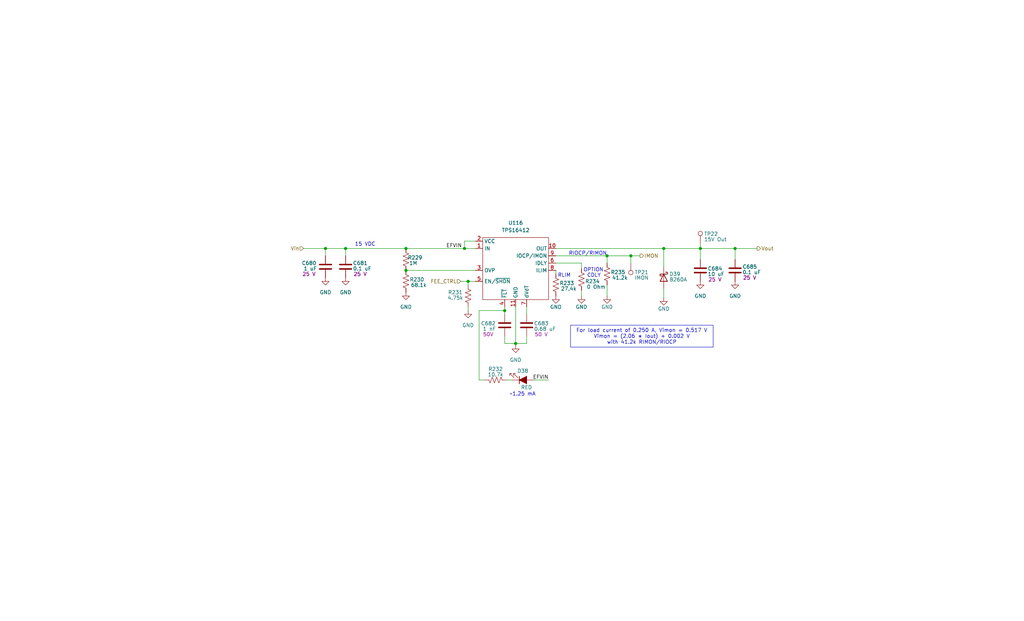
<source format=kicad_sch>
(kicad_sch (version 20231120) (generator "eeschema") (generator_version "8.0")
  (paper "USLegal")
  (title_block (title "LWA ARX  Rev I") (date "2024-11-15") (rev "2.0"))
  (lib_symbols
    (symbol "Connector:TestPoint" (pin_numbers hide) (pin_names (offset 0.762) hide)
      (property "Reference" "TP" (at 0 6.858 0))
      (property "Value" "TestPoint" (at 0 5.08 0))
      (symbol "TestPoint_0_1"
        (circle (center 0 3.302) (radius 0.762))
      )
      (symbol "TestPoint_1_1"
        (pin passive line (at 0 0 90) (length 2.54) (name "1") (number "1"))
      )
    )
    (symbol "Device:C" (pin_numbers hide) (pin_names (offset 0.254))
      (property "Reference" "C" (at 0.635 2.54 0))
      (property "Value" "C" (at 0.635 -2.54 0))
      (symbol "C_0_1"
        (polyline (pts (xy -2.032 -0.762) (xy 2.032 -0.762)) (stroke (width 0.508)))
        (polyline (pts (xy -2.032 0.762) (xy 2.032 0.762)) (stroke (width 0.508)))
      )
      (symbol "C_1_1"
        (pin passive line (at 0 3.81 270) (length 2.794) (name "~") (number "1"))
        (pin passive line (at 0 -3.81 90) (length 2.794) (name "~") (number "2"))
      )
    )
    (symbol "Device:LED_Filled" (pin_numbers hide) (pin_names (offset 1.016) hide)
      (property "Reference" "D" (at 0 2.54 0))
      (property "Value" "LED_Filled" (at 0 -2.54 0))
      (symbol "LED_Filled_0_1"
        (polyline (pts (xy -1.27 -1.27) (xy -1.27 1.27)) (stroke (width 0.254)))
        (polyline (pts (xy -1.27 0) (xy 1.27 0)))
        (polyline (pts (xy 1.27 -1.27) (xy 1.27 1.27) (xy -1.27 0) (xy 1.27 -1.27)) (stroke (width 0.254)) (fill (type outline)))
        (polyline (pts (xy -3.048 -0.762) (xy -4.572 -2.286) (xy -3.81 -2.286) (xy -4.572 -2.286) (xy -4.572 -1.524)))
        (polyline (pts (xy -1.778 -0.762) (xy -3.302 -2.286) (xy -2.54 -2.286) (xy -3.302 -2.286) (xy -3.302 -1.524)))
      )
      (symbol "LED_Filled_1_1"
        (pin passive line (at -3.81 0 0) (length 2.54) (name "K") (number "1"))
        (pin passive line (at 3.81 0 180) (length 2.54) (name "A") (number "2"))
      )
    )
    (symbol "Device:R_US" (pin_numbers hide) (pin_names (offset 0))
      (property "Reference" "R" (at 2.54 0 90))
      (property "Value" "R_US" (at -2.54 0 90))
      (symbol "R_US_0_1"
        (polyline (pts (xy 0 -2.286) (xy 0 -2.54)))
        (polyline (pts (xy 0 2.286) (xy 0 2.54)))
        (polyline (pts (xy 0 -0.762) (xy 1.016 -1.143) (xy 0 -1.524) (xy -1.016 -1.905) (xy 0 -2.286)))
        (polyline (pts (xy 0 0.762) (xy 1.016 0.381) (xy 0 0) (xy -1.016 -0.381) (xy 0 -0.762)))
        (polyline (pts (xy 0 2.286) (xy 1.016 1.905) (xy 0 1.524) (xy -1.016 1.143) (xy 0 0.762)))
      )
      (symbol "R_US_1_1"
        (pin passive line (at 0 3.81 270) (length 1.27) (name "~") (number "1"))
        (pin passive line (at 0 -3.81 90) (length 1.27) (name "~") (number "2"))
      )
    )
    (symbol "Diode:B260" (pin_numbers hide) (pin_names (offset 1.016) hide)
      (property "Reference" "D" (at 0 2.54 0))
      (property "Value" "B260" (at 0 -2.54 0))
      (symbol "B260_0_1"
        (polyline (pts (xy 1.27 0) (xy -1.27 0)))
        (polyline (pts (xy 1.27 1.27) (xy 1.27 -1.27) (xy -1.27 0) (xy 1.27 1.27)) (stroke (width 0.254)))
        (polyline (pts (xy -1.905 0.635) (xy -1.905 1.27) (xy -1.27 1.27) (xy -1.27 -1.27) (xy -0.635 -1.27) (xy -0.635 -0.635)) (stroke (width 0.254)))
      )
      (symbol "B260_1_1"
        (pin passive line (at -3.81 0 0) (length 2.54) (name "K") (number "1"))
        (pin passive line (at 3.81 0 180) (length 2.54) (name "A") (number "2"))
      )
    )
    (symbol "LWA_RF:TPS16412"
      (property "Reference" "U" (at -10.16 8.89 0))
      (property "Value" "TPS16412" (at 0 8.89 0))
      (symbol "TPS16412_0_1"
        (rectangle (start -11.43 7.62) (end 11.43 -13.97))
      )
      (symbol "TPS16412_1_1"
        (pin passive line (at -13.97 3.81 0) (length 2.54) (name "IN") (number "1"))
        (pin passive line (at 13.97 3.81 180) (length 2.54) (name "OUT") (number "10"))
        (pin passive line (at 0 -16.51 90) (length 2.54) (name "GND") (number "11"))
        (pin passive line (at -13.97 6.35 0) (length 2.54) (name "VCC") (number "2"))
        (pin input line (at -13.97 -3.81 0) (length 2.54) (name "OVP") (number "3"))
        (pin output line (at -3.81 -16.51 90) (length 2.54) (name "~{FLT}") (number "4"))
        (pin input line (at -13.97 -7.62 0) (length 2.54) (name "EN/~{SHDN}") (number "5"))
        (pin passive line (at 13.97 -1.27 180) (length 2.54) (name "IDLY") (number "6"))
        (pin passive line (at 3.81 -16.51 90) (length 2.54) (name "dVdT") (number "7"))
        (pin passive line (at 13.97 -3.81 180) (length 2.54) (name "ILIM") (number "8"))
        (pin passive line (at 13.97 1.27 180) (length 2.54) (name "IOCP/IMON") (number "9"))
      )
    )
    (symbol "power:GND" (power) (pin_names (offset 0))
      (property "Value" "GND" (at 0 -3.81 0))
      (symbol "GND_0_1"
        (polyline (pts (xy 0 0) (xy 0 -1.27) (xy 1.27 -1.27) (xy 0 -2.54) (xy -1.27 -1.27) (xy 0 -1.27)))
      )
      (symbol "GND_1_1"
        (pin power_in line (at 0 0 270) (length 0) hide (name "GND") (number "1"))
      )
    )
  )
  (junction (at 255.27 86.36))
  (junction (at 243.205 86.36))
  (junction (at 162.56 97.79))
  (junction (at 113.03 86.36))
  (junction (at 219.075 88.9))
  (junction (at 230.505 86.36))
  (junction (at 179.07 119.38))
  (junction (at 210.82 88.9))
  (junction (at 120.015 86.36))
  (junction (at 140.97 86.36))
  (junction (at 140.97 93.98))
  (junction (at 161.29 86.36))
  (junction (at 175.26 107.95))
  (wire (pts (xy 120.015 86.36) (xy 120.015 88.9)))
  (wire (pts (xy 243.205 84.455) (xy 243.205 86.36)))
  (wire (pts (xy 166.37 132.08) (xy 168.275 132.08)))
  (wire (pts (xy 193.04 93.98) (xy 193.04 95.25)))
  (wire (pts (xy 175.26 109.22) (xy 175.26 107.95)))
  (wire (pts (xy 166.37 107.95) (xy 175.26 107.95)))
  (wire (pts (xy 193.04 88.9) (xy 210.82 88.9)))
  (wire (pts (xy 162.56 106.68) (xy 162.56 107.95)))
  (wire (pts (xy 179.07 119.38) (xy 179.07 120.015)))
  (wire (pts (xy 255.27 90.17) (xy 255.27 86.36)))
  (wire (pts (xy 243.205 86.36) (xy 230.505 86.36)))
  (wire (pts (xy 113.03 88.9) (xy 113.03 86.36)))
  (wire (pts (xy 219.075 88.9) (xy 222.25 88.9)))
  (wire (pts (xy 161.29 86.36) (xy 165.1 86.36)))
  (wire (pts (xy 210.82 88.9) (xy 219.075 88.9)))
  (wire (pts (xy 193.04 86.36) (xy 230.505 86.36)))
  (wire (pts (xy 210.82 99.06) (xy 210.82 102.87)))
  (wire (pts (xy 182.88 109.22) (xy 182.88 106.68)))
  (wire (pts (xy 243.205 90.17) (xy 243.205 86.36)))
  (wire (pts (xy 162.56 97.79) (xy 162.56 99.06)))
  (wire (pts (xy 161.29 83.82) (xy 161.29 86.36)))
  (wire (pts (xy 230.505 100.33) (xy 230.505 103.505)))
  (wire (pts (xy 185.42 132.08) (xy 190.5 132.08)))
  (wire (pts (xy 182.88 119.38) (xy 182.88 116.84)))
  (wire (pts (xy 160.02 97.79) (xy 162.56 97.79)))
  (wire (pts (xy 230.505 86.36) (xy 230.505 92.71)))
  (wire (pts (xy 162.56 97.79) (xy 165.1 97.79)))
  (wire (pts (xy 140.97 93.98) (xy 165.1 93.98)))
  (wire (pts (xy 210.82 88.9) (xy 210.82 91.44)))
  (wire (pts (xy 177.8 132.08) (xy 175.895 132.08)))
  (wire (pts (xy 255.27 86.36) (xy 243.205 86.36)))
  (wire (pts (xy 140.97 86.36) (xy 161.29 86.36)))
  (wire (pts (xy 201.93 91.44) (xy 201.93 93.345)))
  (wire (pts (xy 219.075 88.9) (xy 219.075 91.44)))
  (wire (pts (xy 166.37 132.08) (xy 166.37 107.95)))
  (wire (pts (xy 175.26 107.95) (xy 175.26 106.68)))
  (wire (pts (xy 175.26 119.38) (xy 175.26 116.84)))
  (wire (pts (xy 255.27 86.36) (xy 262.89 86.36)))
  (wire (pts (xy 179.07 106.68) (xy 179.07 119.38)))
  (wire (pts (xy 175.26 119.38) (xy 179.07 119.38)))
  (wire (pts (xy 165.1 83.82) (xy 161.29 83.82)))
  (wire (pts (xy 193.04 91.44) (xy 201.93 91.44)))
  (wire (pts (xy 113.03 86.36) (xy 120.015 86.36)))
  (wire (pts (xy 105.41 86.36) (xy 113.03 86.36)))
  (wire (pts (xy 201.93 100.965) (xy 201.93 102.87)))
  (wire (pts (xy 120.015 86.36) (xy 140.97 86.36)))
  (wire (pts (xy 179.07 119.38) (xy 182.88 119.38)))
  (text_box "For load current of 0.250 A, Vimon = 0.517 V\nVimon = (2.06 ∗ Iout) + 0.002 V\nwith 41.2k RIMON/RIOCP" (at 198.12 113.03 0) (size 49.53 7.62) (effects (font (size 1.27 1.27)) (justify top)))
  (text "RIOCP/RIMON" (at 197.485 88.9 0) (effects (font (size 1.27 1.27)) (justify left bottom)))
  (text "15 VDC" (at 123.19 85.725 0) (effects (font (size 1.27 1.27)) (justify left bottom)))
  (text "~1.25 mA" (at 186.055 137.795 0) (effects (font (size 1.27 1.27)) (justify right bottom)))
  (text "RLIM" (at 193.675 96.52 0) (effects (font (size 1.27 1.27)) (justify left bottom)))
  (text "CDLY" (at 203.835 96.52 0) (effects (font (size 1.27 1.27)) (justify left bottom)))
  (text "OPTION" (at 202.565 94.615 0) (effects (font (size 1.27 1.27)) (justify left bottom)))
  (label "EFVIN" (at 190.5 132.08 180))
  (label "EFVIN" (at 154.94 86.36 0))
  (hierarchical_label "FEE_CTRL" (shape input) (at 160.02 97.79 180))
  (hierarchical_label "IMON" (shape output) (at 222.25 88.9 0))
  (hierarchical_label "Vout" (shape output) (at 262.89 86.36 0))
  (hierarchical_label "Vin" (shape input) (at 105.41 86.36 180))
  (symbol (lib_id "Device:C") (at 255.27 93.98 0) (unit 1)
    (property "Reference" "C685" (at 257.81 92.71 0) (effects (justify left)))
    (property "Value" "0.1 uF" (at 257.81 94.615 0) (effects (justify left)))
    (property "Footprint" "Capacitor_SMD:C_0805_2012Metric_Pad1.18x1.45mm_HandSolder" (effects (hide yes)))
    (property "Datasheet" "https://www.yageo.com/upload/media/product/productsearch/datasheet/mlcc/UPY-GPHC_X7R_6.3V-to-50V_18.pdf" (effects (hide yes)))
    (property "MFGR" "Yageo" (effects (hide yes)))
    (property "MPN" "CC0805KRX7R8BB104" (effects (hide yes)))
    (property "Tolerance" "10%" (effects (hide yes)))
    (property "Voltage Rating" "25 V" (at 260.35 96.52 0))
    (property "Temp Coeff" "X7R" (effects (hide yes)))
    (property "Power" "NA" (effects (hide yes)))
    (property "Unit Cost" "0.14" (effects (hide yes)))
    (property "Stock" "297406" (effects (hide yes)))
    (property "Stock Date" "11/23/2023" (effects (hide yes)))
    (property "Desc" "CAP CER 0.1UF 25V X7R 0805" (effects (hide yes)))
    (instances (project "ARX" (path "" (reference "C685") (unit 1)) (path "" (reference "C723") (unit 1)) (path "" (reference "C516") (unit 1)) (path "" (reference "C554") (unit 1)) (path "" (reference "C854") (unit 1)) (path "" (reference "C892") (unit 1)) (path "" (reference "C1023") (unit 1)) (path "" (reference "C1061") (unit 1)) (path "" (reference "C1192") (unit 1)) (path "" (reference "C1230") (unit 1)) (path "" (reference "C347") (unit 1)) (path "" (reference "C385") (unit 1)) (path "" (reference "C177") (unit 1)) (path "" (reference "C88") (unit 1)) (path "" (reference "C1361") (unit 1)) (path "" (reference "C1399") (unit 1))))
  )
  (symbol (lib_id "Connector:TestPoint") (at 243.205 84.455 0) (unit 1)
    (property "Reference" "TP22" (at 244.475 81.28 0) (effects (justify left)))
    (property "Value" "15V Out" (at 244.475 83.185 0) (effects (justify left)))
    (property "Footprint" "LWA RF:Harwin_TP_S1751-46R" (effects (hide yes)))
    (property "Datasheet" "https://cdn.harwin.com/pdfs/S1751R.pdf" (effects (hide yes)))
    (property "MFGR" "Harwin Inc." (effects (hide yes)))
    (property "MPN" "S1751-46R" (effects (hide yes)))
    (property "Unit Cost" "0.26" (effects (hide yes)))
    (property "Stock" "137718" (effects (hide yes)))
    (property "Stock Date" "11/23/2023" (effects (hide yes)))
    (property "Desc" "PC TEST POINT NATURAL" (effects (hide yes)))
    (instances (project "ARX" (path "" (reference "TP22") (unit 1)) (path "" (reference "TP24") (unit 1)) (path "" (reference "TP18") (unit 1)) (path "" (reference "TP20") (unit 1)) (path "" (reference "TP26") (unit 1)) (path "" (reference "TP28") (unit 1)) (path "" (reference "TP30") (unit 1)) (path "" (reference "TP32") (unit 1)) (path "" (reference "TP34") (unit 1)) (path "" (reference "TP36") (unit 1)) (path "" (reference "TP14") (unit 1)) (path "" (reference "TP16") (unit 1)) (path "" (reference "TP9") (unit 1)) (path "" (reference "TP8") (unit 1)) (path "" (reference "TP38") (unit 1)) (path "" (reference "TP40") (unit 1))))
  )
  (symbol (lib_id "Device:R_US") (at 162.56 102.87 0) (unit 1)
    (property "Reference" "R231" (at 158.115 101.6 0))
    (property "Value" "4.75k" (at 158.115 103.505 0))
    (property "Footprint" "Resistor_SMD:R_0805_2012Metric_Pad1.20x1.40mm_HandSolder" (effects (hide yes)))
    (property "Datasheet" "https://www.yageo.com/upload/media/product/app/datasheet/rchip/pyu-rc_group_51_rohs_l.pdf" (effects (hide yes)))
    (property "MFGR" "Yageo" (effects (hide yes)))
    (property "MPN" "RC0805FR-074K75L" (effects (hide yes)))
    (property "Tolerance" "1%" (effects (hide yes)))
    (property "Power" "1/8 W" (effects (hide yes)))
    (property "Temp Coeff" "NA" (effects (hide yes)))
    (property "Voltage Rating" "150 V" (effects (hide yes)))
    (property "Unit Cost" "0.10" (effects (hide yes)))
    (property "Stock" "333490" (effects (hide yes)))
    (property "Stock Date" "11/22/2023" (effects (hide yes)))
    (property "Desc" "RES 4.75K OHM 1% 1/8W 0805" (effects (hide yes)))
    (instances (project "ARX" (path "" (reference "R231") (unit 1)) (path "" (reference "R240") (unit 1)) (path "" (reference "R187") (unit 1)) (path "" (reference "R196") (unit 1)) (path "" (reference "R275") (unit 1)) (path "" (reference "R284") (unit 1)) (path "" (reference "R319") (unit 1)) (path "" (reference "R328") (unit 1)) (path "" (reference "R363") (unit 1)) (path "" (reference "R372") (unit 1)) (path "" (reference "R143") (unit 1)) (path "" (reference "R152") (unit 1)) (path "" (reference "R139") (unit 1)) (path "" (reference "R138") (unit 1)) (path "" (reference "R407") (unit 1)) (path "" (reference "R416") (unit 1))))
  )
  (symbol (lib_id "Device:R_US") (at 193.04 99.06 180) (unit 1)
    (property "Reference" "R233" (at 196.85 98.425 0))
    (property "Value" "27.4k" (at 197.485 100.33 0))
    (property "Footprint" "Resistor_SMD:R_0805_2012Metric_Pad1.20x1.40mm_HandSolder" (effects (hide yes)))
    (property "Datasheet" "https://www.seielect.com/catalog/sei-rmcf_rmcp.pdf" (effects (hide yes)))
    (property "Description" "RES 27.4K OHM 1% 1/8W 0805" (effects (hide yes)))
    (property "MFGR" "Stackpole Electronics Inc" (effects (hide yes)))
    (property "MPN" "RMCF0805FT27K4" (effects (hide yes)))
    (property "Tolerance" "1%" (effects (hide yes)))
    (property "Power" "0.125 W" (effects (hide yes)))
    (property "Temp Coeff" "NA" (effects (hide yes)))
    (property "Voltage Rating" "150 V" (effects (hide yes)))
    (property "Unit Cost" "0.1" (effects (hide yes)))
    (property "Stock" "131062" (effects (hide yes)))
    (property "Stock Date" "08/29/2024" (effects (hide yes)))
    (property "Desc" "RES 27.4K OHM 1% 1/8W 0805" (effects (hide yes)))
    (instances (project "ARX" (path "" (reference "R233") (unit 1)) (path "" (reference "R242") (unit 1)) (path "" (reference "R189") (unit 1)) (path "" (reference "R198") (unit 1)) (path "" (reference "R277") (unit 1)) (path "" (reference "R286") (unit 1)) (path "" (reference "R321") (unit 1)) (path "" (reference "R330") (unit 1)) (path "" (reference "R365") (unit 1)) (path "" (reference "R374") (unit 1)) (path "" (reference "R145") (unit 1)) (path "" (reference "R154") (unit 1)) (path "" (reference "R75") (unit 1)) (path "" (reference "R34") (unit 1)) (path "" (reference "R409") (unit 1)) (path "" (reference "R418") (unit 1))))
  )
  (symbol (lib_id "Device:R_US") (at 140.97 97.79 180) (unit 1)
    (property "Reference" "R230" (at 144.78 97.155 0))
    (property "Value" "68.1k" (at 145.415 99.06 0))
    (property "Footprint" "Resistor_SMD:R_0805_2012Metric_Pad1.20x1.40mm_HandSolder" (effects (hide yes)))
    (property "Datasheet" "https://www.yageo.com/upload/media/product/productsearch/datasheet/rchip/PYu-RC_Group_51_RoHS_L_12.pdf" (effects (hide yes)))
    (property "Description" "RES 68.1K OHM 1% 1/8W 0805" (effects (hide yes)))
    (property "MFGR" "YAGEO" (effects (hide yes)))
    (property "MPN" "RC0805FR-0768K1L" (effects (hide yes)))
    (property "Tolerance" "1%" (effects (hide yes)))
    (property "Power" "0.125 W" (effects (hide yes)))
    (property "Temp Coeff" "NA" (effects (hide yes)))
    (property "Voltage Rating" "150 V" (effects (hide yes)))
    (property "Unit Cost" "0.1" (effects (hide yes)))
    (property "Stock" "219817" (effects (hide yes)))
    (property "Stock Date" "09/17/2023" (effects (hide yes)))
    (property "Desc" "RES 68.1K OHM 1% 1/8W 0805" (effects (hide yes)))
    (instances (project "ARX" (path "" (reference "R230") (unit 1)) (path "" (reference "R239") (unit 1)) (path "" (reference "R186") (unit 1)) (path "" (reference "R195") (unit 1)) (path "" (reference "R274") (unit 1)) (path "" (reference "R283") (unit 1)) (path "" (reference "R318") (unit 1)) (path "" (reference "R327") (unit 1)) (path "" (reference "R362") (unit 1)) (path "" (reference "R371") (unit 1)) (path "" (reference "R142") (unit 1)) (path "" (reference "R151") (unit 1)) (path "" (reference "R73") (unit 1)) (path "" (reference "R32") (unit 1)) (path "" (reference "R406") (unit 1)) (path "" (reference "R415") (unit 1))))
  )
  (symbol (lib_id "Device:C") (at 243.205 93.98 0) (unit 1)
    (property "Reference" "C684" (at 245.745 93.345 0) (effects (justify left)))
    (property "Value" "10 uF" (at 245.745 95.25 0) (effects (justify left)))
    (property "Footprint" "Capacitor_SMD:C_0805_2012Metric_Pad1.18x1.45mm_HandSolder" (effects (hide yes)))
    (property "Datasheet" "https://search.murata.co.jp/Ceramy/image/img/A01X/G101/ENG/GRM21BZ71E106KE15-01.pdf" (effects (hide yes)))
    (property "MFGR" "Murata Electronics" (effects (hide yes)))
    (property "MPN" "GRM21BZ71E106KE15L" (effects (hide yes)))
    (property "Tolerance" "10%" (effects (hide yes)))
    (property "Voltage Rating" "25 V" (at 248.285 97.155 0))
    (property "Temp Coeff" "X7R" (effects (hide yes)))
    (property "Power" "NA" (effects (hide yes)))
    (property "Unit Cost" "0.21" (effects (hide yes)))
    (property "Stock" "37566" (effects (hide yes)))
    (property "Stock Date" "09/17/2023" (effects (hide yes)))
    (property "Desc" "CAP CER 10UF 25V X7R 0805" (effects (hide yes)))
    (instances (project "ARX" (path "" (reference "C684") (unit 1)) (path "" (reference "C722") (unit 1)) (path "" (reference "C515") (unit 1)) (path "" (reference "C553") (unit 1)) (path "" (reference "C853") (unit 1)) (path "" (reference "C891") (unit 1)) (path "" (reference "C1022") (unit 1)) (path "" (reference "C1060") (unit 1)) (path "" (reference "C1191") (unit 1)) (path "" (reference "C1229") (unit 1)) (path "" (reference "C346") (unit 1)) (path "" (reference "C384") (unit 1)) (path "" (reference "C176") (unit 1)) (path "" (reference "C87") (unit 1)) (path "" (reference "C1360") (unit 1)) (path "" (reference "C1398") (unit 1))))
  )
  (symbol (lib_id "Device:R_US") (at 172.085 132.08 90) (mirror x) (unit 1)
    (property "Reference" "R232" (at 172.085 128.27 90))
    (property "Value" "10.7k" (at 172.085 130.175 90))
    (property "Footprint" "Resistor_SMD:R_0805_2012Metric_Pad1.20x1.40mm_HandSolder" (effects (hide yes)))
    (property "Datasheet" "https://www.yageo.com/upload/media/product/productsearch/datasheet/rchip/PYu-RC_Group_51_RoHS_L_12.pdf" (effects (hide yes)))
    (property "Description" "RES 10.7K OHM 1% 1/8W 0805" (effects (hide yes)))
    (property "MFGR" "Stackpole Electronics Inc" (effects (hide yes)))
    (property "MPN" "RMCF0805FT10K7" (effects (hide yes)))
    (property "Tolerance" "1%" (effects (hide yes)))
    (property "Power" "1/8 W" (effects (hide yes)))
    (property "Temp Coeff" "NA" (effects (hide yes)))
    (property "Voltage Rating" "150 V" (effects (hide yes)))
    (property "Unit Cost" "0.10" (effects (hide yes)))
    (property "Stock" "82740" (effects (hide yes)))
    (property "Stock Date" "08/29/2024" (effects (hide yes)))
    (property "Desc" "RES 10.7K OHM 1% 1/8W 0805" (effects (hide yes)))
    (instances (project "ARX" (path "" (reference "R232") (unit 1)) (path "" (reference "R241") (unit 1)) (path "" (reference "R188") (unit 1)) (path "" (reference "R197") (unit 1)) (path "" (reference "R276") (unit 1)) (path "" (reference "R285") (unit 1)) (path "" (reference "R320") (unit 1)) (path "" (reference "R329") (unit 1)) (path "" (reference "R364") (unit 1)) (path "" (reference "R373") (unit 1)) (path "" (reference "R144") (unit 1)) (path "" (reference "R153") (unit 1)) (path "" (reference "R74") (unit 1)) (path "" (reference "R33") (unit 1)) (path "" (reference "R408") (unit 1)) (path "" (reference "R417") (unit 1))))
  )
  (symbol (lib_id "Device:C") (at 175.26 113.03 0) (unit 1)
    (property "Reference" "C682" (at 167.005 112.395 0) (effects (justify left)))
    (property "Value" "1 nF" (at 167.64 114.3 0) (effects (justify left)))
    (property "Footprint" "Capacitor_SMD:C_0805_2012Metric_Pad1.18x1.45mm_HandSolder" (effects (hide yes)))
    (property "Datasheet" "https://datasheets.kyocera-avx.com/KGM_X7R.pdf" (effects (hide yes)))
    (property "MFGR" "KYOCERA AVX" (effects (hide yes)))
    (property "MPN" "KGM21NR71H102KT" (effects (hide yes)))
    (property "Tolerance" "10%" (effects (hide yes)))
    (property "Voltage Rating" "50V" (at 169.545 116.205 0))
    (property "Temp Coeff" "X7R" (effects (hide yes)))
    (property "Power" "NA" (effects (hide yes)))
    (property "Unit Cost" "0.10" (effects (hide yes)))
    (property "Stock" "374590" (effects (hide yes)))
    (property "Stock Date" "09/17/2023" (effects (hide yes)))
    (property "Desc" "CAP CER 1000PF 50V X7R 0805" (effects (hide yes)))
    (instances (project "ARX" (path "" (reference "C682") (unit 1)) (path "" (reference "C720") (unit 1)) (path "" (reference "C513") (unit 1)) (path "" (reference "C551") (unit 1)) (path "" (reference "C851") (unit 1)) (path "" (reference "C889") (unit 1)) (path "" (reference "C1020") (unit 1)) (path "" (reference "C1058") (unit 1)) (path "" (reference "C1189") (unit 1)) (path "" (reference "C1227") (unit 1)) (path "" (reference "C344") (unit 1)) (path "" (reference "C382") (unit 1)) (path "" (reference "C174") (unit 1)) (path "" (reference "C85") (unit 1)) (path "" (reference "C1358") (unit 1)) (path "" (reference "C1396") (unit 1))))
  )
  (symbol (lib_id "Diode:B260") (at 230.505 96.52 270) (unit 1)
    (property "Reference" "D39" (at 232.41 95.25 90) (effects (justify left)))
    (property "Value" "B260A" (at 232.41 97.155 90) (effects (justify left)))
    (property "Footprint" "Diode_SMD:D_SMA_Handsoldering" (effects (hide yes)))
    (property "Datasheet" "https://www.diodes.com/assets/Datasheets/B220_A-B260_A.pdf" (effects (hide yes)))
    (property "MFGR" "Diodes Incorporated" (effects (hide yes)))
    (property "MPN" "B260A-13-F" (effects (hide yes)))
    (property "Unit Cost" "0.37" (effects (hide yes)))
    (property "Stock" "173952" (effects (hide yes)))
    (property "Stock Date" "09/17/2023" (effects (hide yes)))
    (property "Desc" "DIODE SCHOTTKY 60V 2A SMA" (effects (hide yes)))
    (instances (project "ARX" (path "" (reference "D39") (unit 1)) (path "" (reference "D42") (unit 1)) (path "" (reference "D25") (unit 1)) (path "" (reference "D27") (unit 1)) (path "" (reference "D47") (unit 1)) (path "" (reference "D49") (unit 1)) (path "" (reference "D54") (unit 1)) (path "" (reference "D56") (unit 1)) (path "" (reference "D61") (unit 1)) (path "" (reference "D63") (unit 1)) (path "" (reference "D18") (unit 1)) (path "" (reference "D20") (unit 1)) (path "" (reference "D30") (unit 1)) (path "" (reference "D12") (unit 1)) (path "" (reference "D68") (unit 1)) (path "" (reference "D70") (unit 1))))
  )
  (symbol (lib_id "power:GND") (at 140.97 101.6 0) (unit 1)
    (property "Reference" "#PWR0666" (effects (hide yes)))
    (property "Value" "GND" (at 140.97 106.68 0))
    (instances (project "ARX" (path "" (reference "#PWR0666") (unit 1)) (path "" (reference "#PWR0701") (unit 1)) (path "" (reference "#PWR0505") (unit 1)) (path "" (reference "#PWR0540") (unit 1)) (path "" (reference "#PWR0827") (unit 1)) (path "" (reference "#PWR0862") (unit 1)) (path "" (reference "#PWR0988") (unit 1)) (path "" (reference "#PWR01023") (unit 1)) (path "" (reference "#PWR01149") (unit 1)) (path "" (reference "#PWR01184") (unit 1)) (path "" (reference "#PWR0344") (unit 1)) (path "" (reference "#PWR0379") (unit 1)) (path "" (reference "#PWR0212") (unit 1)) (path "" (reference "#PWR0109") (unit 1)) (path "" (reference "#PWR01310") (unit 1)) (path "" (reference "#PWR01345") (unit 1))))
  )
  (symbol (lib_id "Device:LED_Filled") (at 181.61 132.08 0) (mirror x) (unit 1)
    (property "Reference" "D38" (at 183.515 128.905 0) (effects (justify right)))
    (property "Value" "RED" (at 184.785 134.62 0) (effects (justify right)))
    (property "Footprint" "LED_SMD:LED_1206_3216Metric_Pad1.42x1.75mm_HandSolder" (effects (hide yes)))
    (property "Datasheet" "https://www.kingbrightusa.com/images/catalog/SPEC/APT3216LSECK-J3-PRV.pdf" (effects (hide yes)))
    (property "Description" "LED RED CLEAR 2SMD" (effects (hide yes)))
    (property "MFGR" "Kingbright" (effects (hide yes)))
    (property "MPN" "APT3216LSECK/J3-PRV" (effects (hide yes)))
    (property "Unit Cost" "0.39" (effects (hide yes)))
    (property "Stock" "10174" (effects (hide yes)))
    (property "Stock Date" "08/29/2024" (effects (hide yes)))
    (property "Desc" "LED RED CLEAR 2SMD" (effects (hide yes)))
    (property "Voltage Rating" "1.8 V Forward" (effects (hide yes)))
    (instances (project "ARX" (path "" (reference "D38") (unit 1)) (path "" (reference "D40") (unit 1)) (path "" (reference "D24") (unit 1)) (path "" (reference "D26") (unit 1)) (path "" (reference "D46") (unit 1)) (path "" (reference "D48") (unit 1)) (path "" (reference "D53") (unit 1)) (path "" (reference "D55") (unit 1)) (path "" (reference "D60") (unit 1)) (path "" (reference "D62") (unit 1)) (path "" (reference "D17") (unit 1)) (path "" (reference "D19") (unit 1)) (path "" (reference "D29") (unit 1)) (path "" (reference "D11") (unit 1)) (path "" (reference "D67") (unit 1)) (path "" (reference "D69") (unit 1))))
  )
  (symbol (lib_id "power:GND") (at 179.07 120.015 0) (unit 1)
    (property "Reference" "#PWR0668" (effects (hide yes)))
    (property "Value" "GND" (at 179.07 125.095 0))
    (instances (project "ARX" (path "" (reference "#PWR0668") (unit 1)) (path "" (reference "#PWR0703") (unit 1)) (path "" (reference "#PWR0507") (unit 1)) (path "" (reference "#PWR0542") (unit 1)) (path "" (reference "#PWR0829") (unit 1)) (path "" (reference "#PWR0864") (unit 1)) (path "" (reference "#PWR0990") (unit 1)) (path "" (reference "#PWR01025") (unit 1)) (path "" (reference "#PWR01151") (unit 1)) (path "" (reference "#PWR01186") (unit 1)) (path "" (reference "#PWR0346") (unit 1)) (path "" (reference "#PWR0381") (unit 1)) (path "" (reference "#PWR0213") (unit 1)) (path "" (reference "#PWR0110") (unit 1)) (path "" (reference "#PWR01312") (unit 1)) (path "" (reference "#PWR01347") (unit 1))))
  )
  (symbol (lib_id "power:GND") (at 113.03 96.52 0) (unit 1)
    (property "Reference" "#PWR0664" (effects (hide yes)))
    (property "Value" "GND" (at 113.03 101.6 0))
    (instances (project "ARX" (path "" (reference "#PWR0664") (unit 1)) (path "" (reference "#PWR0699") (unit 1)) (path "" (reference "#PWR0503") (unit 1)) (path "" (reference "#PWR0538") (unit 1)) (path "" (reference "#PWR0825") (unit 1)) (path "" (reference "#PWR0860") (unit 1)) (path "" (reference "#PWR0986") (unit 1)) (path "" (reference "#PWR01021") (unit 1)) (path "" (reference "#PWR01147") (unit 1)) (path "" (reference "#PWR01182") (unit 1)) (path "" (reference "#PWR0342") (unit 1)) (path "" (reference "#PWR0377") (unit 1)) (path "" (reference "#PWR0209") (unit 1)) (path "" (reference "#PWR0106") (unit 1)) (path "" (reference "#PWR01308") (unit 1)) (path "" (reference "#PWR01343") (unit 1))))
  )
  (symbol (lib_id "power:GND") (at 255.27 97.79 0) (unit 1)
    (property "Reference" "#PWR0674" (effects (hide yes)))
    (property "Value" "GND" (at 255.27 102.87 0))
    (instances (project "ARX" (path "" (reference "#PWR0674") (unit 1)) (path "" (reference "#PWR0709") (unit 1)) (path "" (reference "#PWR0513") (unit 1)) (path "" (reference "#PWR0548") (unit 1)) (path "" (reference "#PWR0835") (unit 1)) (path "" (reference "#PWR0870") (unit 1)) (path "" (reference "#PWR0996") (unit 1)) (path "" (reference "#PWR01031") (unit 1)) (path "" (reference "#PWR01157") (unit 1)) (path "" (reference "#PWR01192") (unit 1)) (path "" (reference "#PWR0352") (unit 1)) (path "" (reference "#PWR0387") (unit 1)) (path "" (reference "#PWR0219") (unit 1)) (path "" (reference "#PWR0116") (unit 1)) (path "" (reference "#PWR01318") (unit 1)) (path "" (reference "#PWR01353") (unit 1))))
  )
  (symbol (lib_id "power:GND") (at 210.82 102.87 0) (unit 1)
    (property "Reference" "#PWR0671" (effects (hide yes)))
    (property "Value" "GND" (at 210.82 106.68 0))
    (instances (project "ARX" (path "" (reference "#PWR0671") (unit 1)) (path "" (reference "#PWR0706") (unit 1)) (path "" (reference "#PWR0510") (unit 1)) (path "" (reference "#PWR0545") (unit 1)) (path "" (reference "#PWR0832") (unit 1)) (path "" (reference "#PWR0867") (unit 1)) (path "" (reference "#PWR0993") (unit 1)) (path "" (reference "#PWR01028") (unit 1)) (path "" (reference "#PWR01154") (unit 1)) (path "" (reference "#PWR01189") (unit 1)) (path "" (reference "#PWR0349") (unit 1)) (path "" (reference "#PWR0384") (unit 1)) (path "" (reference "#PWR0216") (unit 1)) (path "" (reference "#PWR0113") (unit 1)) (path "" (reference "#PWR01315") (unit 1)) (path "" (reference "#PWR01350") (unit 1))))
  )
  (symbol (lib_id "power:GND") (at 193.04 102.87 0) (unit 1)
    (property "Reference" "#PWR0669" (effects (hide yes)))
    (property "Value" "GND" (at 193.04 106.68 0))
    (instances (project "ARX" (path "" (reference "#PWR0669") (unit 1)) (path "" (reference "#PWR0704") (unit 1)) (path "" (reference "#PWR0508") (unit 1)) (path "" (reference "#PWR0543") (unit 1)) (path "" (reference "#PWR0830") (unit 1)) (path "" (reference "#PWR0865") (unit 1)) (path "" (reference "#PWR0991") (unit 1)) (path "" (reference "#PWR01026") (unit 1)) (path "" (reference "#PWR01152") (unit 1)) (path "" (reference "#PWR01187") (unit 1)) (path "" (reference "#PWR0347") (unit 1)) (path "" (reference "#PWR0382") (unit 1)) (path "" (reference "#PWR0214") (unit 1)) (path "" (reference "#PWR0111") (unit 1)) (path "" (reference "#PWR01313") (unit 1)) (path "" (reference "#PWR01348") (unit 1))))
  )
  (symbol (lib_id "power:GND") (at 120.015 96.52 0) (unit 1)
    (property "Reference" "#PWR0665" (effects (hide yes)))
    (property "Value" "GND" (at 120.015 101.6 0))
    (instances (project "ARX" (path "" (reference "#PWR0665") (unit 1)) (path "" (reference "#PWR0700") (unit 1)) (path "" (reference "#PWR0504") (unit 1)) (path "" (reference "#PWR0539") (unit 1)) (path "" (reference "#PWR0826") (unit 1)) (path "" (reference "#PWR0861") (unit 1)) (path "" (reference "#PWR0987") (unit 1)) (path "" (reference "#PWR01022") (unit 1)) (path "" (reference "#PWR01148") (unit 1)) (path "" (reference "#PWR01183") (unit 1)) (path "" (reference "#PWR0343") (unit 1)) (path "" (reference "#PWR0378") (unit 1)) (path "" (reference "#PWR0210") (unit 1)) (path "" (reference "#PWR0107") (unit 1)) (path "" (reference "#PWR01309") (unit 1)) (path "" (reference "#PWR01344") (unit 1))))
  )
  (symbol (lib_id "Device:C") (at 113.03 92.71 0) (unit 1)
    (property "Reference" "C680" (at 104.775 91.44 0) (effects (justify left)))
    (property "Value" "1 uF" (at 105.41 93.345 0) (effects (justify left)))
    (property "Footprint" "Capacitor_SMD:C_0805_2012Metric_Pad1.18x1.45mm_HandSolder" (effects (hide yes)))
    (property "Datasheet" "https://www.yageo.com/upload/media/product/productsearch/datasheet/mlcc/UPY-GPHC_X7R_6.3V-to-250V_23.pdf" (effects (hide yes)))
    (property "MFGR" "YAGEO" (effects (hide yes)))
    (property "MPN" "CC0805KFX7R8BB105" (effects (hide yes)))
    (property "Tolerance" "10%" (effects (hide yes)))
    (property "Voltage Rating" "25 V" (at 107.315 95.25 0))
    (property "Temp Coeff" "X7R" (effects (hide yes)))
    (property "Power" "NA" (effects (hide yes)))
    (property "Unit Cost" "0.14" (effects (hide yes)))
    (property "Stock" "53738" (effects (hide yes)))
    (property "Stock Date" "09/17/2023" (effects (hide yes)))
    (property "Desc" "CAP CER 1UF 25V X7R 0805" (effects (hide yes)))
    (instances (project "ARX" (path "" (reference "C680") (unit 1)) (path "" (reference "C718") (unit 1)) (path "" (reference "C511") (unit 1)) (path "" (reference "C549") (unit 1)) (path "" (reference "C849") (unit 1)) (path "" (reference "C887") (unit 1)) (path "" (reference "C1018") (unit 1)) (path "" (reference "C1056") (unit 1)) (path "" (reference "C1187") (unit 1)) (path "" (reference "C1225") (unit 1)) (path "" (reference "C342") (unit 1)) (path "" (reference "C380") (unit 1)) (path "" (reference "C172") (unit 1)) (path "" (reference "C83") (unit 1)) (path "" (reference "C1356") (unit 1)) (path "" (reference "C1394") (unit 1))))
  )
  (symbol (lib_id "Device:C") (at 120.015 92.71 0) (unit 1)
    (property "Reference" "C681" (at 122.555 91.44 0) (effects (justify left)))
    (property "Value" "0.1 uF" (at 122.555 93.345 0) (effects (justify left)))
    (property "Footprint" "Capacitor_SMD:C_0805_2012Metric_Pad1.18x1.45mm_HandSolder" (effects (hide yes)))
    (property "Datasheet" "https://www.yageo.com/upload/media/product/productsearch/datasheet/mlcc/UPY-GPHC_X7R_6.3V-to-50V_18.pdf" (effects (hide yes)))
    (property "MFGR" "Yageo" (effects (hide yes)))
    (property "MPN" "CC0805KRX7R8BB104" (effects (hide yes)))
    (property "Tolerance" "10%" (effects (hide yes)))
    (property "Voltage Rating" "25 V" (at 125.095 95.25 0))
    (property "Temp Coeff" "X7R" (effects (hide yes)))
    (property "Power" "NA" (effects (hide yes)))
    (property "Unit Cost" "0.14" (effects (hide yes)))
    (property "Stock" "297406" (effects (hide yes)))
    (property "Stock Date" "11/23/2023" (effects (hide yes)))
    (property "Desc" "CAP CER 0.1UF 25V X7R 0805" (effects (hide yes)))
    (instances (project "ARX" (path "" (reference "C681") (unit 1)) (path "" (reference "C719") (unit 1)) (path "" (reference "C512") (unit 1)) (path "" (reference "C550") (unit 1)) (path "" (reference "C850") (unit 1)) (path "" (reference "C888") (unit 1)) (path "" (reference "C1019") (unit 1)) (path "" (reference "C1057") (unit 1)) (path "" (reference "C1188") (unit 1)) (path "" (reference "C1226") (unit 1)) (path "" (reference "C343") (unit 1)) (path "" (reference "C381") (unit 1)) (path "" (reference "C173") (unit 1)) (path "" (reference "C84") (unit 1)) (path "" (reference "C1357") (unit 1)) (path "" (reference "C1395") (unit 1))))
  )
  (symbol (lib_id "Device:R_US") (at 140.97 90.17 180) (unit 1)
    (property "Reference" "R229" (at 144.145 89.535 0))
    (property "Value" "1M" (at 143.51 91.44 0))
    (property "Footprint" "Resistor_SMD:R_0805_2012Metric_Pad1.20x1.40mm_HandSolder" (effects (hide yes)))
    (property "Datasheet" "https://www.yageo.com/upload/media/product/productsearch/datasheet/rchip/PYu-RC_Group_51_RoHS_L_12.pdf" (effects (hide yes)))
    (property "Description" "RES 1M OHM 1% 1/8W 0805" (effects (hide yes)))
    (property "MFGR" "YAGEO" (effects (hide yes)))
    (property "MPN" "RC0805FR-131ML" (effects (hide yes)))
    (property "Tolerance" "1%" (effects (hide yes)))
    (property "Power" "0.125 W" (effects (hide yes)))
    (property "Temp Coeff" "NA" (effects (hide yes)))
    (property "Voltage Rating" "150 V" (effects (hide yes)))
    (property "Unit Cost" "0.1" (effects (hide yes)))
    (property "Stock" "55662" (effects (hide yes)))
    (property "Stock Date" "09/17/2023" (effects (hide yes)))
    (property "Desc" "RES 1M OHM 1% 1/8W 0805" (effects (hide yes)))
    (instances (project "ARX" (path "" (reference "R229") (unit 1)) (path "" (reference "R238") (unit 1)) (path "" (reference "R185") (unit 1)) (path "" (reference "R194") (unit 1)) (path "" (reference "R273") (unit 1)) (path "" (reference "R282") (unit 1)) (path "" (reference "R317") (unit 1)) (path "" (reference "R326") (unit 1)) (path "" (reference "R361") (unit 1)) (path "" (reference "R370") (unit 1)) (path "" (reference "R141") (unit 1)) (path "" (reference "R150") (unit 1)) (path "" (reference "R72") (unit 1)) (path "" (reference "R31") (unit 1)) (path "" (reference "R405") (unit 1)) (path "" (reference "R414") (unit 1))))
  )
  (symbol (lib_id "power:GND") (at 243.205 97.79 0) (unit 1)
    (property "Reference" "#PWR0673" (effects (hide yes)))
    (property "Value" "GND" (at 243.205 102.87 0))
    (instances (project "ARX" (path "" (reference "#PWR0673") (unit 1)) (path "" (reference "#PWR0708") (unit 1)) (path "" (reference "#PWR0512") (unit 1)) (path "" (reference "#PWR0547") (unit 1)) (path "" (reference "#PWR0834") (unit 1)) (path "" (reference "#PWR0869") (unit 1)) (path "" (reference "#PWR0995") (unit 1)) (path "" (reference "#PWR01030") (unit 1)) (path "" (reference "#PWR01156") (unit 1)) (path "" (reference "#PWR01191") (unit 1)) (path "" (reference "#PWR0351") (unit 1)) (path "" (reference "#PWR0386") (unit 1)) (path "" (reference "#PWR0218") (unit 1)) (path "" (reference "#PWR0115") (unit 1)) (path "" (reference "#PWR01317") (unit 1)) (path "" (reference "#PWR01352") (unit 1))))
  )
  (symbol (lib_id "power:GND") (at 162.56 107.95 0) (unit 1)
    (property "Reference" "#PWR0667" (effects (hide yes)))
    (property "Value" "GND" (at 162.56 113.03 0))
    (instances (project "ARX" (path "" (reference "#PWR0667") (unit 1)) (path "" (reference "#PWR0702") (unit 1)) (path "" (reference "#PWR0506") (unit 1)) (path "" (reference "#PWR0541") (unit 1)) (path "" (reference "#PWR0828") (unit 1)) (path "" (reference "#PWR0863") (unit 1)) (path "" (reference "#PWR0989") (unit 1)) (path "" (reference "#PWR01024") (unit 1)) (path "" (reference "#PWR01150") (unit 1)) (path "" (reference "#PWR01185") (unit 1)) (path "" (reference "#PWR0345") (unit 1)) (path "" (reference "#PWR0380") (unit 1)) (path "" (reference "#PWR0195") (unit 1)) (path "" (reference "#PWR0188") (unit 1)) (path "" (reference "#PWR01311") (unit 1)) (path "" (reference "#PWR01346") (unit 1))))
  )
  (symbol (lib_id "Device:R_US") (at 210.82 95.25 180) (unit 1)
    (property "Reference" "R235" (at 214.63 94.615 0))
    (property "Value" "41.2k" (at 215.265 96.52 0))
    (property "Footprint" "Resistor_SMD:R_0805_2012Metric_Pad1.20x1.40mm_HandSolder" (effects (hide yes)))
    (property "Datasheet" "https://industrial.panasonic.com/cdbs/www-data/pdf/RDA0000/AOA0000C304.pdf" (effects (hide yes)))
    (property "Description" "RES SMD 41.2K OHM 1% 1/8W 0805" (effects (hide yes)))
    (property "MFGR" "Panasonic Electronic Components" (effects (hide yes)))
    (property "MPN" "ERJ-6ENF4122V" (effects (hide yes)))
    (property "Tolerance" "1%" (effects (hide yes)))
    (property "Power" "0.125 W" (effects (hide yes)))
    (property "Temp Coeff" "NA" (effects (hide yes)))
    (property "Voltage Rating" "150 V" (effects (hide yes)))
    (property "Unit Cost" "0.1" (effects (hide yes)))
    (property "Stock" "56508" (effects (hide yes)))
    (property "Stock Date" "08/29/2024" (effects (hide yes)))
    (property "Desc" "RES SMD 41.2K OHM 1% 1/8W 0805" (effects (hide yes)))
    (instances (project "ARX" (path "" (reference "R235") (unit 1)) (path "" (reference "R244") (unit 1)) (path "" (reference "R191") (unit 1)) (path "" (reference "R200") (unit 1)) (path "" (reference "R279") (unit 1)) (path "" (reference "R288") (unit 1)) (path "" (reference "R323") (unit 1)) (path "" (reference "R332") (unit 1)) (path "" (reference "R367") (unit 1)) (path "" (reference "R376") (unit 1)) (path "" (reference "R147") (unit 1)) (path "" (reference "R156") (unit 1)) (path "" (reference "R77") (unit 1)) (path "" (reference "R36") (unit 1)) (path "" (reference "R411") (unit 1)) (path "" (reference "R420") (unit 1))))
  )
  (symbol (lib_id "Device:C") (at 182.88 113.03 0) (unit 1)
    (property "Reference" "C683" (at 185.42 112.395 0) (effects (justify left)))
    (property "Value" "0.68 uF" (at 185.42 114.3 0) (effects (justify left)))
    (property "Footprint" "Capacitor_SMD:C_0805_2012Metric_Pad1.18x1.45mm_HandSolder" (effects (hide yes)))
    (property "Datasheet" "https://connect.kemet.com:7667/gateway/IntelliData-ComponentDocumentation/1.0/download/datasheet/C0805C684K5RACTU" (effects (hide yes)))
    (property "MFGR" "Yageo" (effects (hide yes)))
    (property "MPN" "C0805C684K5RAC7800" (effects (hide yes)))
    (property "Tolerance" "10%" (effects (hide yes)))
    (property "Voltage Rating" "50 V" (at 187.96 116.205 0))
    (property "Temp Coeff" "X7R" (effects (hide yes)))
    (property "Power" "NA" (effects (hide yes)))
    (property "Unit Cost" "0.19" (effects (hide yes)))
    (property "Stock" "260679" (effects (hide yes)))
    (property "Stock Date" "09/17/2023" (effects (hide yes)))
    (property "Desc" "CAP CER 0.68UF 50V X7R 0805" (effects (hide yes)))
    (instances (project "ARX" (path "" (reference "C683") (unit 1)) (path "" (reference "C721") (unit 1)) (path "" (reference "C514") (unit 1)) (path "" (reference "C552") (unit 1)) (path "" (reference "C852") (unit 1)) (path "" (reference "C890") (unit 1)) (path "" (reference "C1021") (unit 1)) (path "" (reference "C1059") (unit 1)) (path "" (reference "C1190") (unit 1)) (path "" (reference "C1228") (unit 1)) (path "" (reference "C345") (unit 1)) (path "" (reference "C383") (unit 1)) (path "" (reference "C175") (unit 1)) (path "" (reference "C86") (unit 1)) (path "" (reference "C1359") (unit 1)) (path "" (reference "C1397") (unit 1))))
  )
  (symbol (lib_id "Connector:TestPoint") (at 219.075 91.44 180) (unit 1)
    (property "Reference" "TP21" (at 220.345 94.615 0) (effects (justify right)))
    (property "Value" "IMON" (at 220.345 96.52 0) (effects (justify right)))
    (property "Footprint" "LWA RF:Harwin_TP_S1751-46R" (effects (hide yes)))
    (property "Datasheet" "https://cdn.harwin.com/pdfs/S1751R.pdf" (effects (hide yes)))
    (property "MFGR" "Harwin Inc." (effects (hide yes)))
    (property "MPN" "S1751-46R" (effects (hide yes)))
    (property "Unit Cost" "0.26" (effects (hide yes)))
    (property "Stock" "137718" (effects (hide yes)))
    (property "Stock Date" "11/23/2023" (effects (hide yes)))
    (property "Desc" "PC TEST POINT NATURAL" (effects (hide yes)))
    (instances (project "ARX" (path "" (reference "TP21") (unit 1)) (path "" (reference "TP23") (unit 1)) (path "" (reference "TP17") (unit 1)) (path "" (reference "TP19") (unit 1)) (path "" (reference "TP25") (unit 1)) (path "" (reference "TP27") (unit 1)) (path "" (reference "TP29") (unit 1)) (path "" (reference "TP31") (unit 1)) (path "" (reference "TP33") (unit 1)) (path "" (reference "TP35") (unit 1)) (path "" (reference "TP13") (unit 1)) (path "" (reference "TP15") (unit 1)) (path "" (reference "TP7") (unit 1)) (path "" (reference "TP6") (unit 1)) (path "" (reference "TP37") (unit 1)) (path "" (reference "TP39") (unit 1))))
  )
  (symbol (lib_id "LWA_RF:TPS16412") (at 179.07 90.17 0) (unit 1)
    (property "Reference" "U116" (at 179.07 77.47 0))
    (property "Value" "TPS16412" (at 179.07 80.01 0))
    (property "Footprint" "LWA RF:Texas_S-PVSON-N10_ThermalVias" (effects (hide yes)))
    (property "Datasheet" "https://www.ti.com/lit/ds/symlink/tps1641.pdf?HQS=dis-mous-null-mousermode-dsf-pf-null-wwe&ts=1694984407487&ref_url=https%253A%252F%252Fwww.mouser.com%252F" (effects (hide yes)))
    (property "MFGR" "Texas Instruments" (effects (hide yes)))
    (property "MPN" "TPS16412DRCR" (effects (hide yes)))
    (property "Unit Cost" "1.37" (effects (hide yes)))
    (property "Stock" "1919" (effects (hide yes)))
    (property "Stock Date" "09/17/2023" (effects (hide yes)))
    (property "Desc" "Electronic Fuse Regulator High-Side 1.8A 10-VSON (3x3)" (effects (hide yes)))
    (instances (project "ARX" (path "" (reference "U116") (unit 1)) (path "" (reference "U118") (unit 1)) (path "" (reference "U89") (unit 1)) (path "" (reference "U91") (unit 1)) (path "" (reference "U143") (unit 1)) (path "" (reference "U145") (unit 1)) (path "" (reference "U170") (unit 1)) (path "" (reference "U172") (unit 1)) (path "" (reference "U197") (unit 1)) (path "" (reference "U199") (unit 1)) (path "" (reference "U62") (unit 1)) (path "" (reference "U64") (unit 1)) (path "" (reference "U38") (unit 1)) (path "" (reference "U19") (unit 1)) (path "" (reference "U224") (unit 1)) (path "" (reference "U226") (unit 1))))
  )
  (symbol (lib_id "power:GND") (at 201.93 102.87 0) (unit 1)
    (property "Reference" "#PWR0670" (effects (hide yes)))
    (property "Value" "GND" (at 201.93 106.68 0))
    (instances (project "ARX" (path "" (reference "#PWR0670") (unit 1)) (path "" (reference "#PWR0705") (unit 1)) (path "" (reference "#PWR0509") (unit 1)) (path "" (reference "#PWR0544") (unit 1)) (path "" (reference "#PWR0831") (unit 1)) (path "" (reference "#PWR0866") (unit 1)) (path "" (reference "#PWR0992") (unit 1)) (path "" (reference "#PWR01027") (unit 1)) (path "" (reference "#PWR01153") (unit 1)) (path "" (reference "#PWR01188") (unit 1)) (path "" (reference "#PWR0348") (unit 1)) (path "" (reference "#PWR0383") (unit 1)) (path "" (reference "#PWR0215") (unit 1)) (path "" (reference "#PWR0112") (unit 1)) (path "" (reference "#PWR01314") (unit 1)) (path "" (reference "#PWR01349") (unit 1))))
  )
  (symbol (lib_id "power:GND") (at 230.505 103.505 0) (unit 1)
    (property "Reference" "#PWR0672" (effects (hide yes)))
    (property "Value" "GND" (at 230.505 107.315 0))
    (instances (project "ARX" (path "" (reference "#PWR0672") (unit 1)) (path "" (reference "#PWR0707") (unit 1)) (path "" (reference "#PWR0511") (unit 1)) (path "" (reference "#PWR0546") (unit 1)) (path "" (reference "#PWR0833") (unit 1)) (path "" (reference "#PWR0868") (unit 1)) (path "" (reference "#PWR0994") (unit 1)) (path "" (reference "#PWR01029") (unit 1)) (path "" (reference "#PWR01155") (unit 1)) (path "" (reference "#PWR01190") (unit 1)) (path "" (reference "#PWR0350") (unit 1)) (path "" (reference "#PWR0385") (unit 1)) (path "" (reference "#PWR0217") (unit 1)) (path "" (reference "#PWR0114") (unit 1)) (path "" (reference "#PWR01316") (unit 1)) (path "" (reference "#PWR01351") (unit 1))))
  )
  (symbol (lib_id "Device:R_US") (at 201.93 97.155 180) (unit 1)
    (property "Reference" "R234" (at 205.74 97.79 0))
    (property "Value" "0 Ohm" (at 207.01 99.695 0))
    (property "Footprint" "Resistor_SMD:R_0805_2012Metric_Pad1.20x1.40mm_HandSolder" (effects (hide yes)))
    (property "Datasheet" "https://www.yageo.com/upload/media/product/productsearch/datasheet/rchip/PYu-RC_Group_51_RoHS_L_12.pdf" (effects (hide yes)))
    (property "Description" "RES 0 OHM JUMPER 1/8W 0805" (effects (hide yes)))
    (property "MFGR" "YAGEO" (effects (hide yes)))
    (property "MPN" "RC0805JR-070RL" (effects (hide yes)))
    (property "Tolerance" "Jumper" (effects (hide yes)))
    (property "Power" "0.125 W" (effects (hide yes)))
    (property "Temp Coeff" "NA" (effects (hide yes)))
    (property "Voltage Rating" "150 V" (effects (hide yes)))
    (property "Unit Cost" "0.1" (effects (hide yes)))
    (property "Stock" "1615335" (effects (hide yes)))
    (property "Stock Date" "09/17/2023" (effects (hide yes)))
    (property "Desc" "RES 0 OHM JUMPER 1/8W 0805" (effects (hide yes)))
    (instances (project "ARX" (path "" (reference "R234") (unit 1)) (path "" (reference "R243") (unit 1)) (path "" (reference "R190") (unit 1)) (path "" (reference "R199") (unit 1)) (path "" (reference "R278") (unit 1)) (path "" (reference "R287") (unit 1)) (path "" (reference "R322") (unit 1)) (path "" (reference "R331") (unit 1)) (path "" (reference "R366") (unit 1)) (path "" (reference "R375") (unit 1)) (path "" (reference "R146") (unit 1)) (path "" (reference "R155") (unit 1)) (path "" (reference "R76") (unit 1)) (path "" (reference "R35") (unit 1)) (path "" (reference "R410") (unit 1)) (path "" (reference "R419") (unit 1))))
  )
)
</source>
